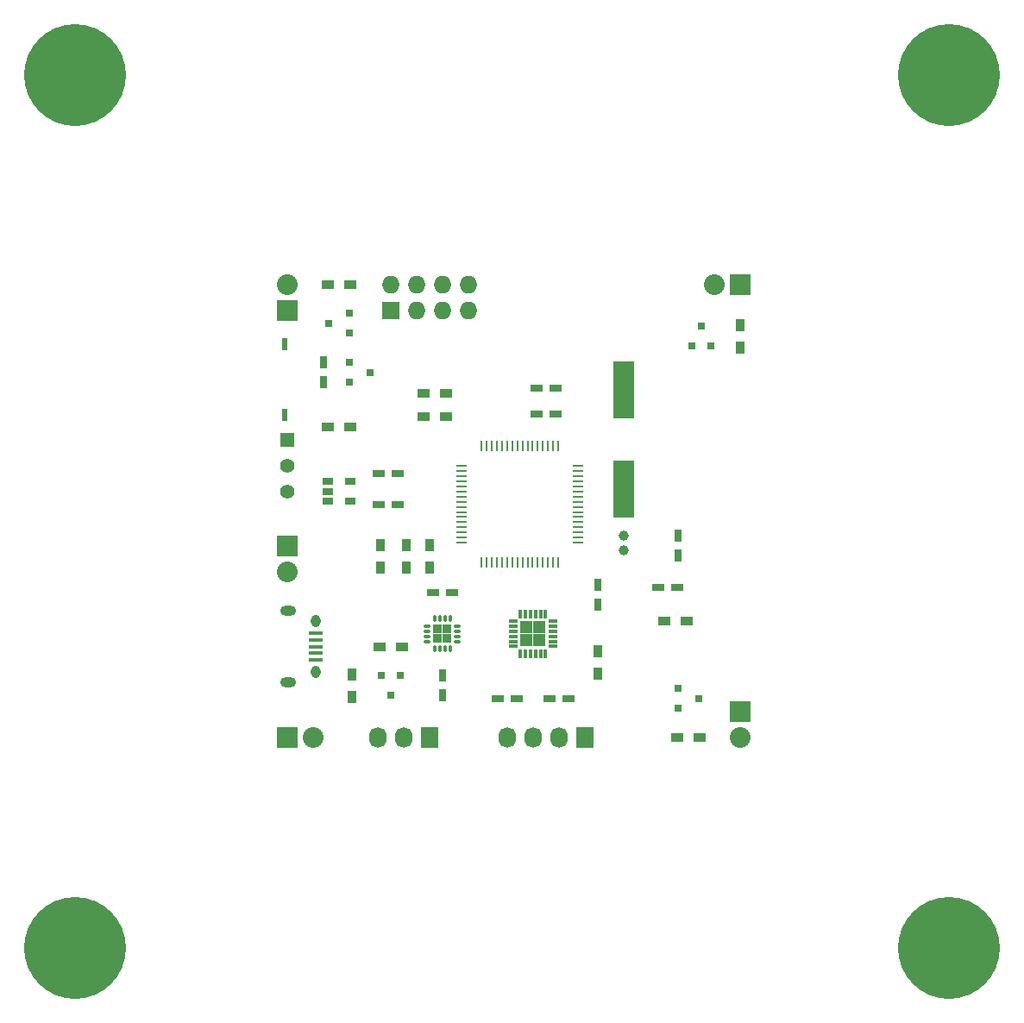
<source format=gts>
G04 #@! TF.FileFunction,Soldermask,Top*
%FSLAX46Y46*%
G04 Gerber Fmt 4.6, Leading zero omitted, Abs format (unit mm)*
G04 Created by KiCad (PCBNEW 4.0.2+dfsg1-stable) date 2016年07月17日 星期日 15时22分32秒*
%MOMM*%
G01*
G04 APERTURE LIST*
%ADD10C,0.100000*%
%ADD11C,10.000000*%
%ADD12R,0.750000X1.200000*%
%ADD13R,1.200000X0.750000*%
%ADD14R,2.032000X2.032000*%
%ADD15O,2.032000X2.032000*%
%ADD16R,1.727200X2.032000*%
%ADD17O,1.727200X2.032000*%
%ADD18R,0.800100X0.800100*%
%ADD19R,1.200000X0.900000*%
%ADD20R,0.900000X1.200000*%
%ADD21R,1.000000X0.250000*%
%ADD22R,0.250000X1.000000*%
%ADD23R,0.850000X0.300000*%
%ADD24R,0.300000X0.850000*%
%ADD25R,1.300000X1.300000*%
%ADD26R,1.060000X0.650000*%
%ADD27O,0.300000X0.750000*%
%ADD28O,0.750000X0.300000*%
%ADD29R,0.900000X0.900000*%
%ADD30R,2.100580X5.600700*%
%ADD31C,1.000760*%
%ADD32R,0.600000X1.200000*%
%ADD33R,1.397000X1.397000*%
%ADD34C,1.397000*%
%ADD35R,1.727200X1.727200*%
%ADD36O,1.727200X1.727200*%
%ADD37R,1.350000X0.400000*%
%ADD38O,0.950000X1.250000*%
%ADD39O,1.550000X1.000000*%
G04 APERTURE END LIST*
D10*
D11*
X179006500Y-136537700D03*
X93268800Y-136537700D03*
X179006500Y-50888900D03*
D12*
X117602000Y-79110800D03*
X117602000Y-81010800D03*
D13*
X123002000Y-89966800D03*
X124902000Y-89966800D03*
X123002000Y-93014800D03*
X124902000Y-93014800D03*
D12*
X144526000Y-100954800D03*
X144526000Y-102854800D03*
D13*
X141666000Y-112064800D03*
X139766000Y-112064800D03*
X134686000Y-112064800D03*
X136586000Y-112064800D03*
D12*
X129286000Y-111744800D03*
X129286000Y-109844800D03*
D13*
X130236000Y-101650800D03*
X128336000Y-101650800D03*
X140396000Y-81584800D03*
X138496000Y-81584800D03*
X138496000Y-84124800D03*
X140396000Y-84124800D03*
X150434000Y-101142800D03*
X152334000Y-101142800D03*
D12*
X152400000Y-98028800D03*
X152400000Y-96128800D03*
D14*
X114046000Y-97078800D03*
D15*
X114046000Y-99618800D03*
D16*
X143256000Y-115874800D03*
D17*
X140716000Y-115874800D03*
X138176000Y-115874800D03*
X135636000Y-115874800D03*
D14*
X158496000Y-71424800D03*
D15*
X155956000Y-71424800D03*
D14*
X114046000Y-73964800D03*
D15*
X114046000Y-71424800D03*
D14*
X114046000Y-115874800D03*
D15*
X116586000Y-115874800D03*
D14*
X158496000Y-113334800D03*
D15*
X158496000Y-115874800D03*
D18*
X153736000Y-77505560D03*
X155636000Y-77505560D03*
X154686000Y-75506580D03*
X120157240Y-79110800D03*
X120157240Y-81010800D03*
X122156220Y-80060800D03*
X120126760Y-76184800D03*
X120126760Y-74284800D03*
X118127780Y-75234800D03*
X125156000Y-109794040D03*
X123256000Y-109794040D03*
X124206000Y-111793020D03*
X152415240Y-111114800D03*
X152415240Y-113014800D03*
X154414220Y-112064800D03*
D19*
X129624000Y-84378800D03*
X127424000Y-84378800D03*
D20*
X123190000Y-99194800D03*
X123190000Y-96994800D03*
D19*
X120226000Y-85394800D03*
X118026000Y-85394800D03*
D20*
X125730000Y-96994800D03*
X125730000Y-99194800D03*
X128016000Y-96994800D03*
X128016000Y-99194800D03*
X144526000Y-107408800D03*
X144526000Y-109608800D03*
D19*
X123106000Y-106984800D03*
X125306000Y-106984800D03*
D20*
X158496000Y-77604800D03*
X158496000Y-75404800D03*
D19*
X151046000Y-104444800D03*
X153246000Y-104444800D03*
X120226000Y-71424800D03*
X118026000Y-71424800D03*
X129624000Y-82092800D03*
X127424000Y-82092800D03*
D20*
X120396000Y-111894800D03*
X120396000Y-109694800D03*
D19*
X152316000Y-115874800D03*
X154516000Y-115874800D03*
D21*
X142606000Y-96764800D03*
X142606000Y-96264800D03*
X142606000Y-95764800D03*
X142606000Y-95264800D03*
X142606000Y-94764800D03*
X142606000Y-94264800D03*
X142606000Y-93764800D03*
X142606000Y-93264800D03*
X142606000Y-92764800D03*
X142606000Y-92264800D03*
X142606000Y-91764800D03*
X142606000Y-91264800D03*
X142606000Y-90764800D03*
X142606000Y-90264800D03*
X142606000Y-89764800D03*
X142606000Y-89264800D03*
D22*
X140656000Y-87314800D03*
X140156000Y-87314800D03*
X139656000Y-87314800D03*
X139156000Y-87314800D03*
X138656000Y-87314800D03*
X138156000Y-87314800D03*
X137656000Y-87314800D03*
X137156000Y-87314800D03*
X136656000Y-87314800D03*
X136156000Y-87314800D03*
X135656000Y-87314800D03*
X135156000Y-87314800D03*
X134656000Y-87314800D03*
X134156000Y-87314800D03*
X133656000Y-87314800D03*
X133156000Y-87314800D03*
D21*
X131206000Y-89264800D03*
X131206000Y-89764800D03*
X131206000Y-90264800D03*
X131206000Y-90764800D03*
X131206000Y-91264800D03*
X131206000Y-91764800D03*
X131206000Y-92264800D03*
X131206000Y-92764800D03*
X131206000Y-93264800D03*
X131206000Y-93764800D03*
X131206000Y-94264800D03*
X131206000Y-94764800D03*
X131206000Y-95264800D03*
X131206000Y-95764800D03*
X131206000Y-96264800D03*
X131206000Y-96764800D03*
D22*
X133156000Y-98714800D03*
X133656000Y-98714800D03*
X134156000Y-98714800D03*
X134656000Y-98714800D03*
X135156000Y-98714800D03*
X135656000Y-98714800D03*
X136156000Y-98714800D03*
X136656000Y-98714800D03*
X137156000Y-98714800D03*
X137656000Y-98714800D03*
X138156000Y-98714800D03*
X138656000Y-98714800D03*
X139156000Y-98714800D03*
X139656000Y-98714800D03*
X140156000Y-98714800D03*
X140656000Y-98714800D03*
D23*
X136226000Y-104464800D03*
X136226000Y-104964800D03*
X136226000Y-105464800D03*
X136226000Y-105964800D03*
X136226000Y-106464800D03*
X136226000Y-106964800D03*
D24*
X136926000Y-107664800D03*
X137426000Y-107664800D03*
X137926000Y-107664800D03*
X138426000Y-107664800D03*
X138926000Y-107664800D03*
X139426000Y-107664800D03*
D23*
X140126000Y-106964800D03*
X140126000Y-106464800D03*
X140126000Y-105964800D03*
X140126000Y-105464800D03*
X140126000Y-104964800D03*
X140126000Y-104464800D03*
D24*
X139426000Y-103764800D03*
X138926000Y-103764800D03*
X138426000Y-103764800D03*
X137926000Y-103764800D03*
X137426000Y-103764800D03*
X136926000Y-103764800D03*
D25*
X138826000Y-106364800D03*
X138826000Y-105064800D03*
X137526000Y-106364800D03*
X137526000Y-105064800D03*
D26*
X118026000Y-90794800D03*
X118026000Y-91744800D03*
X118026000Y-92694800D03*
X120226000Y-92694800D03*
X120226000Y-90794800D03*
D27*
X128536000Y-107189800D03*
X129036000Y-107189800D03*
X129536000Y-107189800D03*
X130036000Y-107189800D03*
D28*
X130761000Y-106464800D03*
X130761000Y-105964800D03*
X130761000Y-105464800D03*
X130761000Y-104964800D03*
D27*
X130036000Y-104239800D03*
X129536000Y-104239800D03*
X129036000Y-104239800D03*
X128536000Y-104239800D03*
D28*
X127811000Y-104964800D03*
X127811000Y-105464800D03*
X127811000Y-105964800D03*
X127811000Y-106464800D03*
D29*
X129736000Y-105264800D03*
X128836000Y-105264800D03*
X129736000Y-106164800D03*
X128836000Y-106164800D03*
D30*
X147066000Y-91513660D03*
X147066000Y-81815940D03*
D31*
X147066000Y-96075500D03*
X147066000Y-97574100D03*
D16*
X128016000Y-115874800D03*
D17*
X125476000Y-115874800D03*
X122936000Y-115874800D03*
D32*
X113792000Y-84266800D03*
X113792000Y-77266800D03*
D33*
X114046000Y-86664800D03*
D34*
X114046000Y-89204800D03*
X114046000Y-91744800D03*
D35*
X124206000Y-73964800D03*
D36*
X124206000Y-71424800D03*
X126746000Y-73964800D03*
X126746000Y-71424800D03*
X129286000Y-73964800D03*
X129286000Y-71424800D03*
X131826000Y-73964800D03*
X131826000Y-71424800D03*
D37*
X116878540Y-105683900D03*
X116878540Y-106333900D03*
X116878540Y-106983900D03*
X116878540Y-107633900D03*
X116878540Y-108283900D03*
D38*
X116878540Y-104483900D03*
X116878540Y-109483900D03*
D39*
X114178540Y-103483900D03*
X114178540Y-110483900D03*
D11*
X93268800Y-50888900D03*
M02*

</source>
